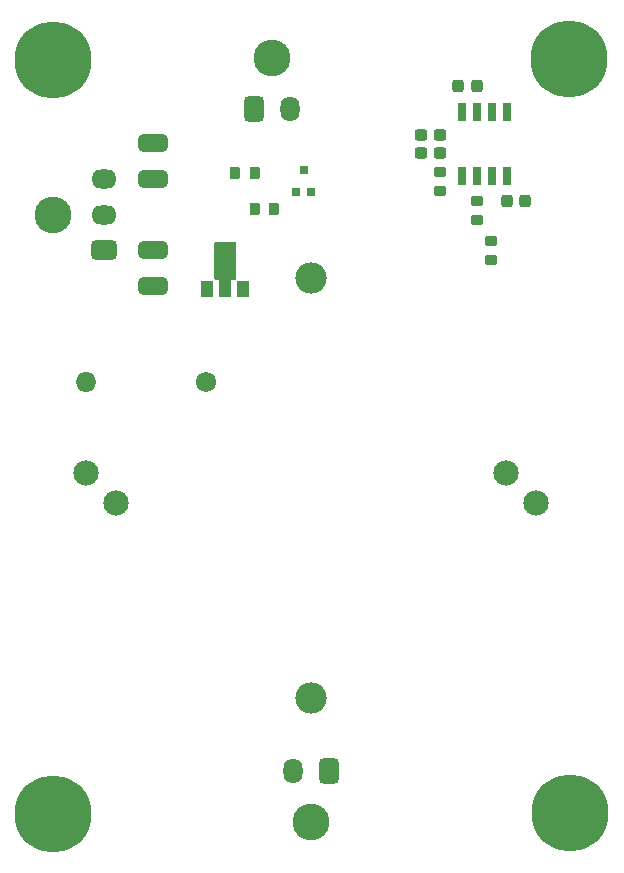
<source format=gbr>
%TF.GenerationSoftware,KiCad,Pcbnew,6.0.9-8da3e8f707~117~ubuntu20.04.1*%
%TF.CreationDate,2023-03-07T09:11:59-05:00*%
%TF.ProjectId,DCT_HV_Widget,4443545f-4856-45f5-9769-646765742e6b,rev?*%
%TF.SameCoordinates,Original*%
%TF.FileFunction,Soldermask,Top*%
%TF.FilePolarity,Negative*%
%FSLAX46Y46*%
G04 Gerber Fmt 4.6, Leading zero omitted, Abs format (unit mm)*
G04 Created by KiCad (PCBNEW 6.0.9-8da3e8f707~117~ubuntu20.04.1) date 2023-03-07 09:11:59*
%MOMM*%
%LPD*%
G01*
G04 APERTURE LIST*
G04 Aperture macros list*
%AMRoundRect*
0 Rectangle with rounded corners*
0 $1 Rounding radius*
0 $2 $3 $4 $5 $6 $7 $8 $9 X,Y pos of 4 corners*
0 Add a 4 corners polygon primitive as box body*
4,1,4,$2,$3,$4,$5,$6,$7,$8,$9,$2,$3,0*
0 Add four circle primitives for the rounded corners*
1,1,$1+$1,$2,$3*
1,1,$1+$1,$4,$5*
1,1,$1+$1,$6,$7*
1,1,$1+$1,$8,$9*
0 Add four rect primitives between the rounded corners*
20,1,$1+$1,$2,$3,$4,$5,0*
20,1,$1+$1,$4,$5,$6,$7,0*
20,1,$1+$1,$6,$7,$8,$9,0*
20,1,$1+$1,$8,$9,$2,$3,0*%
G04 Aperture macros list end*
%ADD10C,0.040000*%
%ADD11RoundRect,0.285000X0.225000X0.250000X-0.225000X0.250000X-0.225000X-0.250000X0.225000X-0.250000X0*%
%ADD12RoundRect,0.260000X-0.200000X-0.275000X0.200000X-0.275000X0.200000X0.275000X-0.200000X0.275000X0*%
%ADD13RoundRect,0.260000X0.275000X-0.200000X0.275000X0.200000X-0.275000X0.200000X-0.275000X-0.200000X0*%
%ADD14C,6.520000*%
%ADD15RoundRect,0.310000X-0.925000X0.412500X-0.925000X-0.412500X0.925000X-0.412500X0.925000X0.412500X0*%
%ADD16RoundRect,0.060000X0.266700X-0.730250X0.266700X0.730250X-0.266700X0.730250X-0.266700X-0.730250X0*%
%ADD17RoundRect,0.060000X-0.450000X-0.650000X0.450000X-0.650000X0.450000X0.650000X-0.450000X0.650000X0*%
%ADD18RoundRect,0.060000X0.866000X-1.562500X0.866000X1.562500X-0.866000X1.562500X-0.866000X-1.562500X0*%
%ADD19RoundRect,0.060000X-0.450000X-0.737500X0.450000X-0.737500X0.450000X0.737500X-0.450000X0.737500X0*%
%ADD20RoundRect,0.285000X0.250000X-0.225000X0.250000X0.225000X-0.250000X0.225000X-0.250000X-0.225000X0*%
%ADD21RoundRect,0.260000X0.200000X0.275000X-0.200000X0.275000X-0.200000X-0.275000X0.200000X-0.275000X0*%
%ADD22C,1.720000*%
%ADD23O,1.720000X1.720000*%
%ADD24C,3.120000*%
%ADD25RoundRect,0.310001X0.499999X0.759999X-0.499999X0.759999X-0.499999X-0.759999X0.499999X-0.759999X0*%
%ADD26O,1.620000X2.140000*%
%ADD27RoundRect,0.310001X0.759999X-0.499999X0.759999X0.499999X-0.759999X0.499999X-0.759999X-0.499999X0*%
%ADD28O,2.140000X1.620000*%
%ADD29RoundRect,0.310001X-0.499999X-0.759999X0.499999X-0.759999X0.499999X0.759999X-0.499999X0.759999X0*%
%ADD30RoundRect,0.060000X-0.300000X0.275000X-0.300000X-0.275000X0.300000X-0.275000X0.300000X0.275000X0*%
%ADD31RoundRect,0.260000X-0.275000X0.200000X-0.275000X-0.200000X0.275000X-0.200000X0.275000X0.200000X0*%
%ADD32C,2.660000*%
%ADD33C,2.152000*%
G04 APERTURE END LIST*
D10*
%TO.C,Q1*%
X152184000Y-89992500D02*
X153916000Y-89992500D01*
X153916000Y-89992500D02*
X153916000Y-93117500D01*
X153916000Y-93117500D02*
X152184000Y-93117500D01*
X152184000Y-93117500D02*
X152184000Y-89992500D01*
G36*
X152184000Y-89992500D02*
G01*
X153916000Y-89992500D01*
X153916000Y-93117500D01*
X152184000Y-93117500D01*
X152184000Y-89992500D01*
G37*
%TD*%
D11*
%TO.C,C4*%
X174365000Y-76800000D03*
X172815000Y-76800000D03*
%TD*%
D12*
%TO.C,R1*%
X155575000Y-87200000D03*
X157225000Y-87200000D03*
%TD*%
D13*
%TO.C,R4*%
X171300000Y-85661000D03*
X171300000Y-84011000D03*
%TD*%
D14*
%TO.C,H2*%
X182200000Y-74500000D03*
%TD*%
D15*
%TO.C,C6*%
X146950000Y-90650000D03*
X146950000Y-93725000D03*
%TD*%
D14*
%TO.C,H1*%
X138525000Y-74600000D03*
%TD*%
%TO.C,H3*%
X138525000Y-138375000D03*
%TD*%
D16*
%TO.C,U1*%
X173095000Y-84424150D03*
X174365000Y-84424150D03*
X175635000Y-84424150D03*
X176905000Y-84424150D03*
X176905000Y-78975850D03*
X175635000Y-78975850D03*
X174365000Y-78975850D03*
X173095000Y-78975850D03*
%TD*%
D17*
%TO.C,Q1*%
X154540000Y-93942500D03*
X151550000Y-93942500D03*
D18*
X153050000Y-91555000D03*
D19*
X153050000Y-93855000D03*
%TD*%
D20*
%TO.C,C1*%
X171300000Y-82475000D03*
X171300000Y-80925000D03*
%TD*%
D21*
%TO.C,R3*%
X155575000Y-84100000D03*
X153925000Y-84100000D03*
%TD*%
D14*
%TO.C,H4*%
X182300000Y-138300000D03*
%TD*%
D22*
%TO.C,R5*%
X151465000Y-101800000D03*
D23*
X141305000Y-101800000D03*
%TD*%
D24*
%TO.C,J3*%
X160325000Y-139100000D03*
D25*
X161825000Y-134780000D03*
D26*
X158825000Y-134780000D03*
%TD*%
D24*
%TO.C,J2*%
X138480000Y-87650000D03*
D27*
X142800000Y-90650000D03*
D28*
X142800000Y-87650000D03*
X142800000Y-84650000D03*
%TD*%
D24*
%TO.C,J1*%
X157050000Y-74400000D03*
D29*
X155550000Y-78720000D03*
D26*
X158550000Y-78720000D03*
%TD*%
D30*
%TO.C,D1*%
X159055000Y-85725000D03*
X160355000Y-85725000D03*
X159705000Y-83875000D03*
%TD*%
D31*
%TO.C,R6*%
X175600000Y-89875000D03*
X175600000Y-91525000D03*
%TD*%
D15*
%TO.C,C5*%
X146950000Y-81575000D03*
X146950000Y-84650000D03*
%TD*%
D13*
%TO.C,R2*%
X174365000Y-88150000D03*
X174365000Y-86500000D03*
%TD*%
D32*
%TO.C,U2*%
X160355000Y-128580000D03*
X160355000Y-93020000D03*
D33*
X179405000Y-112070000D03*
X176865000Y-109530000D03*
X143845000Y-112070000D03*
X141305000Y-109530000D03*
%TD*%
D20*
%TO.C,C2*%
X169672000Y-82475000D03*
X169672000Y-80925000D03*
%TD*%
D11*
%TO.C,C3*%
X178455000Y-86500000D03*
X176905000Y-86500000D03*
%TD*%
M02*

</source>
